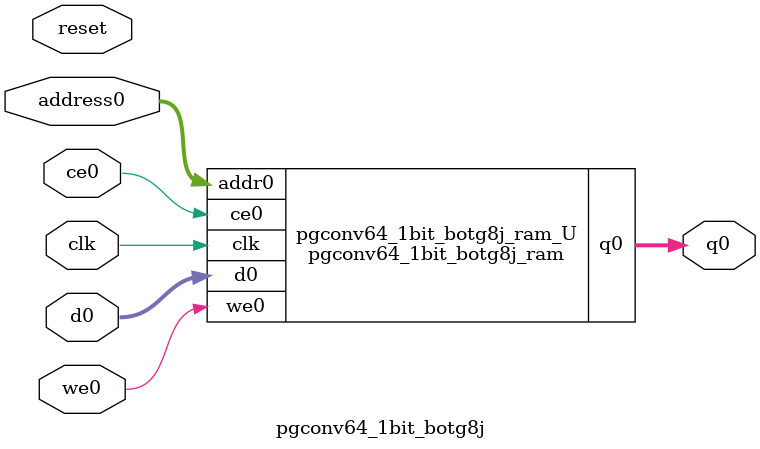
<source format=v>
`timescale 1 ns / 1 ps
module pgconv64_1bit_botg8j_ram (addr0, ce0, d0, we0, q0,  clk);

parameter DWIDTH = 64;
parameter AWIDTH = 4;
parameter MEM_SIZE = 9;

input[AWIDTH-1:0] addr0;
input ce0;
input[DWIDTH-1:0] d0;
input we0;
output reg[DWIDTH-1:0] q0;
input clk;

(* ram_style = "distributed" *)reg [DWIDTH-1:0] ram[0:MEM_SIZE-1];




always @(posedge clk)  
begin 
    if (ce0) begin
        if (we0) 
            ram[addr0] <= d0; 
        q0 <= ram[addr0];
    end
end


endmodule

`timescale 1 ns / 1 ps
module pgconv64_1bit_botg8j(
    reset,
    clk,
    address0,
    ce0,
    we0,
    d0,
    q0);

parameter DataWidth = 32'd64;
parameter AddressRange = 32'd9;
parameter AddressWidth = 32'd4;
input reset;
input clk;
input[AddressWidth - 1:0] address0;
input ce0;
input we0;
input[DataWidth - 1:0] d0;
output[DataWidth - 1:0] q0;



pgconv64_1bit_botg8j_ram pgconv64_1bit_botg8j_ram_U(
    .clk( clk ),
    .addr0( address0 ),
    .ce0( ce0 ),
    .we0( we0 ),
    .d0( d0 ),
    .q0( q0 ));

endmodule


</source>
